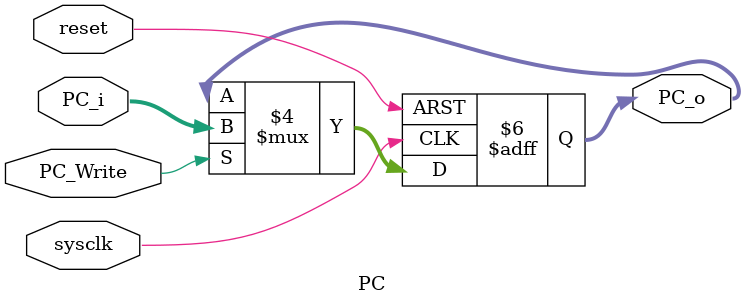
<source format=v>
`timescale 1ns / 1ps
module PC(reset, sysclk, PC_Write, PC_i, PC_o);
    //Input Clock Signals
    input reset;             
    input sysclk;
    //Input Control Signals             
    input PC_Write;
    //Input PC             
    input [31:0] PC_i;
    //Output PC  
    output reg [31:0] PC_o; 


    always@(posedge reset or posedge sysclk)
    begin
        if(reset) begin
            PC_o <= 32'h00400000;
        end else if (PC_Write == 1) begin
            PC_o <= PC_i;
        end else begin
            PC_o <= PC_o;
        end
    end
endmodule
</source>
